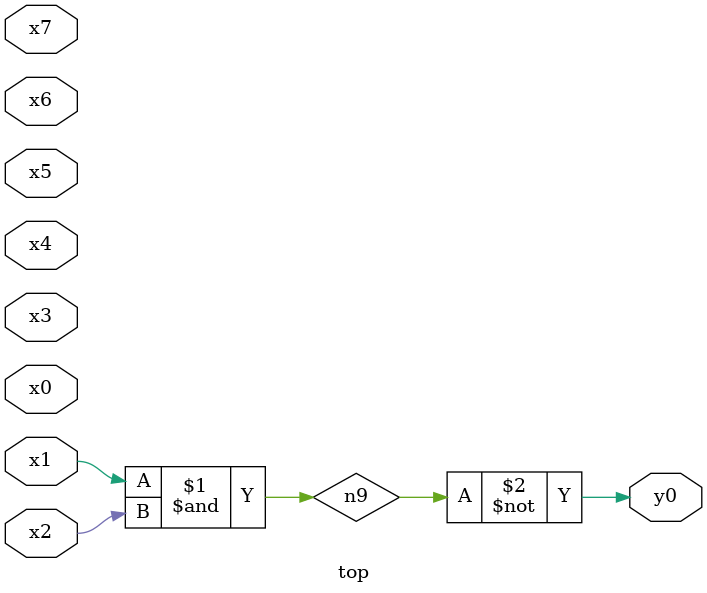
<source format=v>
module top( x0 , x1 , x2 , x3 , x4 , x5 , x6 , x7 , y0 );
  input x0 , x1 , x2 , x3 , x4 , x5 , x6 , x7 ;
  output y0 ;
  wire n9 ;
  assign n9 = x1 & x2 ;
  assign y0 = ~n9 ;
endmodule

</source>
